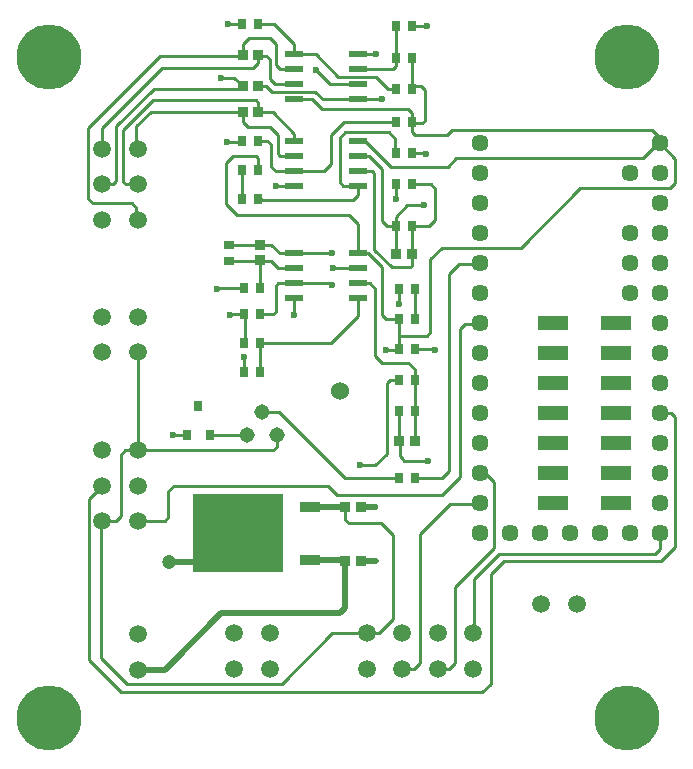
<source format=gtl>
G04 Layer_Physical_Order=1*
G04 Layer_Color=255*
%FSLAX44Y44*%
%MOMM*%
G71*
G01*
G75*
%ADD10R,0.8000X0.9500*%
%ADD11R,0.7000X0.9500*%
%ADD12R,0.8128X0.9144*%
%ADD13R,2.5500X1.1600*%
%ADD14R,1.5494X0.5588*%
%ADD15R,7.7216X6.6548*%
%ADD16R,1.7018X0.9398*%
%ADD17R,0.9500X0.8000*%
%ADD18R,0.9144X0.8128*%
%ADD19C,0.2500*%
%ADD20C,0.5000*%
%ADD21C,1.3080*%
%ADD22C,1.5000*%
%ADD23C,1.4478*%
%ADD24C,5.5000*%
%ADD25C,1.5240*%
%ADD26C,0.6000*%
%ADD27C,1.2000*%
D10*
X341500Y252000D02*
D03*
X355000D02*
D03*
X352250Y527425D02*
D03*
X338750D02*
D03*
X208500Y537515D02*
D03*
X222000D02*
D03*
X338750Y553963D02*
D03*
X352250D02*
D03*
X221750Y513473D02*
D03*
X208250D02*
D03*
X338750Y466000D02*
D03*
X352250D02*
D03*
X223750Y367003D02*
D03*
X210250D02*
D03*
X223750Y391003D02*
D03*
X210250D02*
D03*
X338750Y500888D02*
D03*
X352250D02*
D03*
X210250Y342002D02*
D03*
X223750D02*
D03*
X210250Y413003D02*
D03*
X223750D02*
D03*
X354751Y412810D02*
D03*
X341250D02*
D03*
X354750Y361537D02*
D03*
X341250D02*
D03*
X354750Y386768D02*
D03*
X341250D02*
D03*
X208680Y636957D02*
D03*
X222180D02*
D03*
X341250Y309451D02*
D03*
X354751D02*
D03*
X352500Y635082D02*
D03*
X339000D02*
D03*
X341250Y335494D02*
D03*
X354751D02*
D03*
X339000Y582000D02*
D03*
X352500D02*
D03*
X339000Y608382D02*
D03*
X352500D02*
D03*
X208250Y488250D02*
D03*
X221750D02*
D03*
D11*
X171500Y313500D02*
D03*
X181000Y289000D02*
D03*
X162000D02*
D03*
D12*
X296000Y228000D02*
D03*
X308954D02*
D03*
X296000Y182000D02*
D03*
X308954D02*
D03*
X209046Y562000D02*
D03*
X222000D02*
D03*
X339046Y442000D02*
D03*
X352000D02*
D03*
X341617Y283285D02*
D03*
X354571D02*
D03*
X209046Y584000D02*
D03*
X222000D02*
D03*
X209046Y610541D02*
D03*
X222000D02*
D03*
D13*
X471550Y230800D02*
D03*
X524950D02*
D03*
X471550Y256200D02*
D03*
Y281600D02*
D03*
Y307000D02*
D03*
Y332400D02*
D03*
X524950Y256200D02*
D03*
Y281600D02*
D03*
Y307000D02*
D03*
Y332400D02*
D03*
Y357800D02*
D03*
Y383200D02*
D03*
X471550Y357800D02*
D03*
Y383200D02*
D03*
D14*
X306297Y537823D02*
D03*
Y525123D02*
D03*
Y512423D02*
D03*
Y499723D02*
D03*
X252703D02*
D03*
Y512423D02*
D03*
Y525123D02*
D03*
Y537823D02*
D03*
X306297Y442550D02*
D03*
Y429850D02*
D03*
Y417150D02*
D03*
Y404450D02*
D03*
X252703D02*
D03*
Y417150D02*
D03*
Y429850D02*
D03*
Y442550D02*
D03*
Y573123D02*
D03*
Y585823D02*
D03*
Y598523D02*
D03*
Y611223D02*
D03*
X306297D02*
D03*
Y598523D02*
D03*
Y585823D02*
D03*
Y573123D02*
D03*
D15*
X204913Y205500D02*
D03*
D16*
X266000Y228000D02*
D03*
Y183000D02*
D03*
D17*
X197000Y449750D02*
D03*
Y436250D02*
D03*
D18*
X224000Y449954D02*
D03*
Y437000D02*
D03*
D19*
X352500Y637082D02*
X354500Y635082D01*
X306424Y573250D02*
X326750D01*
X306297Y573123D02*
X306424Y573250D01*
X252703Y537824D02*
Y543797D01*
X234500Y562000D02*
X252703Y543797D01*
X222000Y562000D02*
X234500D01*
X296000Y252000D02*
X341500D01*
X266000Y228000D02*
Y228000D01*
X378000Y252000D02*
X384000Y258000D01*
X217500Y599500D02*
X222000Y604000D01*
X141000Y599500D02*
X217500D01*
X90000Y548500D02*
X141000Y599500D01*
X90000Y531000D02*
Y548500D01*
X198500Y390750D02*
X198753Y391003D01*
X210250D01*
X289250Y238000D02*
X378000D01*
X281250Y246000D02*
X289250Y238000D01*
X151000Y246000D02*
X281250D01*
X338750Y473750D02*
X348250Y483250D01*
X362500D01*
X330732Y386768D02*
X339768D01*
X327250Y390250D02*
X330732Y386768D01*
X327250Y390250D02*
Y430750D01*
X349250Y349750D02*
X354751Y344249D01*
X327250Y349750D02*
X349250D01*
X321250Y355750D02*
X327250Y349750D01*
X316850Y417150D02*
X321250Y412750D01*
Y355750D02*
Y412750D01*
X315450Y442550D02*
X327250Y430750D01*
X285250Y430250D02*
X285650Y429850D01*
X306297D01*
X335000Y431000D02*
X351000D01*
X320576Y445424D02*
Y510424D01*
Y445424D02*
X335000Y431000D01*
X306297Y442550D02*
X315450D01*
X240700D02*
X252703D01*
X233296Y449954D02*
X240700Y442550D01*
X224000Y449954D02*
X233296D01*
X252703Y611223D02*
Y619797D01*
X235543Y636957D02*
X252703Y619797D01*
X222180Y636957D02*
X235543D01*
X208473Y636750D02*
X208680Y636957D01*
X196500Y636750D02*
X208473D01*
X363825Y527425D02*
X364250Y527000D01*
X352250Y527425D02*
X363825D01*
X162000Y289000D02*
X162000Y289000D01*
X150000Y289000D02*
X162000D01*
X284950Y442550D02*
X285000Y442500D01*
X252703Y442550D02*
X284950D01*
X338325Y527850D02*
Y539675D01*
X332999Y545000D02*
X338325Y539675D01*
X296000Y545000D02*
X332999D01*
X291000Y540000D02*
X296000Y545000D01*
X291000Y502723D02*
Y540000D01*
Y502723D02*
X294000Y499723D01*
X220000Y572000D02*
X222000Y570000D01*
X133000Y572000D02*
X220000D01*
X108000Y547000D02*
X133000Y572000D01*
X276000Y565000D02*
X349000D01*
X267877Y573123D02*
X276000Y565000D01*
X252703Y573123D02*
X267877D01*
X306174Y573000D02*
X306297Y573123D01*
X277000Y573000D02*
X306174D01*
X290000Y592000D02*
X322000D01*
X270777Y611223D02*
X290000Y592000D01*
X252703Y611223D02*
X270777D01*
X349000Y565000D02*
X352250Y561750D01*
X202046Y591000D02*
X209046Y584000D01*
X191000Y591000D02*
X202046D01*
X271000Y598000D02*
Y598000D01*
Y598000D02*
X283177Y585823D01*
X207046Y582000D02*
X209046Y584000D01*
X134000Y582000D02*
X207046D01*
X102000Y550000D02*
X134000Y582000D01*
X102000Y504000D02*
Y550000D01*
X99000Y501000D02*
X102000Y504000D01*
X90000Y501000D02*
X99000D01*
X108000Y503000D02*
Y547000D01*
Y503000D02*
X110000Y501000D01*
X119000D01*
X222000Y604000D02*
Y610541D01*
X354500Y635082D02*
X364918D01*
X352500D02*
X354500D01*
X364918D02*
X365000Y635000D01*
X321777Y611223D02*
X322000Y611000D01*
X306297Y611223D02*
X321777D01*
X196000Y537000D02*
X207984D01*
X237000Y499750D02*
X252676D01*
X306297Y417150D02*
X316850D01*
X330000Y361000D02*
X337787D01*
X331000Y273000D02*
Y333000D01*
X321000Y263000D02*
X331000Y273000D01*
X308000Y263000D02*
X321000D01*
X281000Y267000D02*
X296000Y252000D01*
X341250Y373000D02*
X365000D01*
X341250Y361537D02*
Y373000D01*
Y386768D01*
X339787Y363000D02*
X341250Y361537D01*
X575000Y502000D02*
Y522600D01*
X562000Y535600D02*
X575000Y522600D01*
X571000Y498000D02*
X575000Y502000D01*
X368000Y376000D02*
Y438000D01*
X336523Y598523D02*
X339000Y601000D01*
X306297Y598523D02*
X336523D01*
X346999Y91000D02*
Y91000D01*
X344000Y91000D02*
X346999Y91000D01*
X351000Y431000D02*
X352250Y432250D01*
X239150Y417150D02*
X252703D01*
X239150Y429850D02*
X252703D01*
X338750Y442296D02*
X339046Y442000D01*
X221750Y491250D02*
X222660Y490340D01*
X201204Y449954D02*
X224000D01*
X548000Y523000D02*
X560000Y535000D01*
X390000Y523000D02*
X548000D01*
X383000Y516000D02*
X390000Y523000D01*
X341617Y283285D02*
X342000Y282901D01*
X341250Y283651D02*
X341617Y283285D01*
X342000Y271000D02*
Y282901D01*
X341250Y283651D02*
Y307451D01*
Y309451D01*
X342000Y271000D02*
X344000Y269000D01*
X120000Y279000D02*
Y359000D01*
X222000Y584000D02*
X229000D01*
X306297Y442550D02*
Y467703D01*
X221750Y513473D02*
Y523250D01*
X306297Y525123D02*
X315876D01*
X352250Y553963D02*
X353213Y553000D01*
X361000D01*
X363000Y555000D01*
X352250Y553963D02*
Y561750D01*
X237477Y602047D02*
X241000Y598523D01*
X237477Y602047D02*
Y619523D01*
X241000Y598523D02*
X252703D01*
X232000Y625000D02*
X237477Y619523D01*
X236177Y585823D02*
X252703D01*
X232000Y590000D02*
X236177Y585823D01*
X232000Y590000D02*
Y607000D01*
X222541Y610000D02*
X229000D01*
X232000Y607000D01*
X222000Y610541D02*
X222541Y610000D01*
X214000Y625000D02*
X232000D01*
X209046Y620046D02*
X214000Y625000D01*
X209046Y610541D02*
Y620046D01*
X296000Y217000D02*
Y228000D01*
X240876Y525124D02*
X252703D01*
X224000Y436250D02*
X232750D01*
X224000D02*
Y437000D01*
Y414750D02*
Y436250D01*
Y413253D02*
Y414750D01*
X223750Y413003D02*
X224000Y413253D01*
X210250Y391003D02*
X211250D01*
X232750Y436250D02*
X239150Y429850D01*
X237000Y415000D02*
X239150Y417150D01*
X143000Y216000D02*
X146000Y219000D01*
X120200Y216000D02*
X143000D01*
X338325Y527850D02*
X338750Y527425D01*
X208250Y489430D02*
Y513473D01*
X223250Y436250D02*
X224000Y437000D01*
X197000Y436250D02*
X223250D01*
X201000Y449750D02*
X201204Y449954D01*
X201000Y449750D02*
X223796D01*
X197000D02*
X201000D01*
X223796D02*
X224000Y449954D01*
X222000Y562000D02*
Y570000D01*
X119200Y216000D02*
X120200D01*
X302000Y488000D02*
X306297Y492297D01*
X225000Y488000D02*
X302000D01*
X306297Y492297D02*
Y499723D01*
X238000Y279000D02*
Y289000D01*
X354751Y335494D02*
Y344249D01*
X353751Y334494D02*
X355000Y333245D01*
X338750Y442296D02*
Y466000D01*
X331000D02*
X338750D01*
X354751Y386769D02*
Y412810D01*
X354750Y386768D02*
X354751Y386769D01*
X365000Y373000D02*
X368000Y376000D01*
X120200Y276000D02*
X235000D01*
X238000Y279000D01*
X352250Y442250D02*
Y466000D01*
X352000Y442000D02*
X352250Y442250D01*
X227300Y308050D02*
X239950D01*
X352250Y432250D02*
Y441750D01*
X352000Y442000D02*
X352250Y441750D01*
X338750Y466000D02*
Y473750D01*
X337787Y361000D02*
X339787Y363000D01*
X354750Y361537D02*
X371463D01*
X372000Y361000D01*
X210000Y341753D02*
X210250Y342002D01*
X224750Y391003D02*
X235003D01*
X237000Y393000D01*
Y415000D01*
X344000Y269000D02*
X344000Y269000D01*
X341250Y400251D02*
Y412810D01*
X341000Y400000D02*
X341250Y400251D01*
X352250Y466000D02*
X367000D01*
X372000Y471000D01*
X352250Y500888D02*
X368112D01*
X372000Y497000D01*
Y471000D02*
Y497000D01*
X252703Y417150D02*
X283850D01*
X285000Y416000D01*
X327000Y470000D02*
X331000Y466000D01*
X327000Y470000D02*
Y514000D01*
X315876Y525123D02*
X327000Y514000D01*
X306297Y512423D02*
X318577D01*
X320576Y510424D01*
X115001Y485000D02*
X119000Y481000D01*
X78000Y489000D02*
X82000Y485000D01*
X115001D01*
X223750Y347002D02*
X224750Y346003D01*
X223750Y347002D02*
Y367003D01*
X562000Y192000D02*
Y202800D01*
X79000Y234800D02*
X90200Y246000D01*
X252703Y390297D02*
Y404450D01*
X211250Y367003D02*
Y391003D01*
X344000Y269000D02*
X346000Y267000D01*
X346000Y267000D01*
X366000D01*
X397000Y382600D02*
X407600D01*
X393000Y378600D02*
X397000Y382600D01*
X393000Y253001D02*
Y378600D01*
X331000Y333000D02*
X333494Y335494D01*
X341250D01*
X392400Y433400D02*
X407600D01*
X306297Y537823D02*
X312677D01*
X334500Y516000D01*
X383000D01*
X368000Y438000D02*
X377500Y447500D01*
X89200Y216000D02*
X90200D01*
X338750Y500887D02*
X338750Y500888D01*
X338750Y489000D02*
Y500887D01*
X187753Y413003D02*
X210250D01*
X187000Y412250D02*
X187753Y413003D01*
X180913Y181500D02*
X204913Y205500D01*
X146000Y219000D02*
Y241000D01*
X385251Y245250D02*
X393000Y253001D01*
X378000Y238000D02*
X385251Y245250D01*
X146000Y241000D02*
X151000Y246000D01*
X106000Y272250D02*
X109750Y276000D01*
X120200D01*
X90200Y216000D02*
X101750D01*
X106000Y220250D01*
Y272250D01*
X381750Y542750D02*
X386000Y547000D01*
X354500Y542750D02*
X381750D01*
X352250Y545000D02*
X354500Y542750D01*
X352250Y545000D02*
Y553963D01*
X386000Y547000D02*
X555250D01*
X562000Y535600D02*
Y540250D01*
X555250Y547000D02*
X562000Y540250D01*
X352500Y584000D02*
X360250D01*
X363000Y581250D01*
Y555000D02*
Y581250D01*
X352500Y585250D02*
Y608382D01*
Y610382D01*
X339000Y601000D02*
Y608382D01*
Y635082D01*
Y637082D01*
X322000Y592000D02*
X332000Y582000D01*
X339000D01*
X229000Y584000D02*
X233500Y579500D01*
X270500D01*
X277000Y573000D01*
X283177Y585823D02*
X306297D01*
X384000Y425000D02*
X392400Y433400D01*
X384000Y258000D02*
Y425000D01*
X558000Y188000D02*
X562000Y192000D01*
X404000Y121000D02*
X405000Y122000D01*
X358999Y205000D02*
X384200Y230200D01*
X407600D01*
X296000Y217000D02*
X299000Y214000D01*
X314000Y121000D02*
X324000D01*
X336000Y133000D01*
X299000Y214000D02*
X326000D01*
X336000Y204000D01*
Y133000D02*
Y204000D01*
X294000Y499723D02*
X306297D01*
X232523Y549477D02*
X239000Y543000D01*
X239000D01*
X209046Y553954D02*
Y562000D01*
Y553954D02*
X213523Y549477D01*
X232523D01*
X223484Y538000D02*
X230000D01*
X233000Y535000D01*
Y516000D02*
Y535000D01*
Y516000D02*
X237000Y512000D01*
X239000Y527000D02*
Y543000D01*
Y527000D02*
X240876Y525124D01*
X195000Y519000D02*
X201000Y525000D01*
X220000D01*
X221750Y523250D01*
X299000Y475000D02*
X306297Y467703D01*
X119000Y550000D02*
X131000Y562000D01*
X209046D01*
X224750Y367003D02*
X284003D01*
X306297Y389297D01*
Y404450D01*
X415400Y255600D02*
X422000Y249000D01*
X374000Y91000D02*
X384000D01*
X389000Y96000D01*
X346999Y91000D02*
X354001Y91001D01*
X358999Y95999D01*
Y205000D01*
X412000Y71000D02*
X419000Y78000D01*
X119000Y471000D02*
Y481000D01*
Y531000D02*
Y550000D01*
X78000Y489000D02*
Y549000D01*
X139000Y610000D01*
X207586D01*
X89200Y99801D02*
Y216000D01*
Y99801D02*
X110999Y78000D01*
X79000Y98000D02*
Y234800D01*
Y98000D02*
X106000Y71000D01*
X412000D01*
X239950Y308050D02*
X281000Y267000D01*
X110999Y78000D02*
X242000D01*
X285000Y121000D01*
X314000D01*
X419000Y171000D02*
X430000Y182000D01*
X419000Y78000D02*
Y171000D01*
X405000Y122000D02*
Y167000D01*
X426000Y188000D01*
X558000D01*
X389000Y96000D02*
Y160000D01*
X422000Y193000D01*
Y249000D01*
X562000Y307000D02*
X572000D01*
X575000Y304000D01*
X430000Y182000D02*
X563000D01*
X575000Y194000D01*
Y304000D01*
X377500Y447500D02*
X444500D01*
X495000Y498000D01*
X571000D01*
X294963Y553963D02*
X338750D01*
X284000Y543000D02*
X294963Y553963D01*
X278000Y512000D02*
X284000Y518000D01*
Y543000D01*
X210000Y341753D02*
Y355000D01*
X355000Y285714D02*
Y333245D01*
X352571Y283285D02*
X355000Y285714D01*
X222660Y490340D02*
X223250Y489750D01*
X225000Y488000D01*
X222000Y536516D02*
X223484Y538000D01*
X237000Y512000D02*
X278000D01*
X407600Y255600D02*
X415400D01*
X339250Y252000D02*
X340375Y253125D01*
X207586Y610000D02*
X209046Y608540D01*
X339250Y309451D02*
X341250Y307451D01*
X224000Y414750D02*
X224750Y414000D01*
X181000Y289000D02*
X214600D01*
X352750Y252000D02*
X378000D01*
X560000Y204800D02*
X562000Y202800D01*
X560000Y535000D02*
Y538750D01*
X204000Y475000D02*
X299000D01*
X195000Y484000D02*
Y519000D01*
Y484000D02*
X204000Y475000D01*
D20*
X207984Y537000D02*
X208500Y537515D01*
X252676Y499750D02*
X252703Y499723D01*
X321000Y181750D02*
X321500D01*
X309204D02*
X321000D01*
X308954Y182000D02*
X309204Y181750D01*
X308954Y182000D02*
X309954Y183000D01*
X321000Y228000D02*
X321000Y228000D01*
X308954Y228000D02*
X321000D01*
X295000Y183000D02*
X296000Y182000D01*
X266000Y183000D02*
X295000D01*
X266000Y228000D02*
X296000D01*
X120000Y90200D02*
X143200D01*
X148250Y95250D01*
X291500Y137750D02*
X296000Y142250D01*
Y182000D01*
X146500Y181500D02*
X180913D01*
X148250Y95250D02*
X190757Y137750D01*
X291500D01*
D21*
X238000Y289000D02*
D03*
X225300Y308050D02*
D03*
X212600Y289000D02*
D03*
D22*
X120000Y90200D02*
D03*
Y120200D02*
D03*
X120200Y216000D02*
D03*
X90200D02*
D03*
Y246000D02*
D03*
X120200D02*
D03*
Y276000D02*
D03*
X90200D02*
D03*
X374000Y121000D02*
D03*
Y91000D02*
D03*
X344000D02*
D03*
Y121000D02*
D03*
X314000D02*
D03*
Y91000D02*
D03*
X404000Y121000D02*
D03*
Y91000D02*
D03*
X120000Y471000D02*
D03*
X90000D02*
D03*
Y501000D02*
D03*
X120000D02*
D03*
Y531000D02*
D03*
X90000D02*
D03*
X232000Y91000D02*
D03*
Y121000D02*
D03*
X202000D02*
D03*
Y91000D02*
D03*
X491800Y146000D02*
D03*
X461800D02*
D03*
X90000Y359000D02*
D03*
X120000D02*
D03*
Y389000D02*
D03*
X90000D02*
D03*
D23*
X409600Y535600D02*
D03*
Y510200D02*
D03*
Y484800D02*
D03*
Y459400D02*
D03*
Y434000D02*
D03*
Y408600D02*
D03*
Y383200D02*
D03*
Y357800D02*
D03*
Y332400D02*
D03*
Y307000D02*
D03*
Y281600D02*
D03*
Y256200D02*
D03*
Y230800D02*
D03*
Y205400D02*
D03*
X435000D02*
D03*
X460400D02*
D03*
X485800D02*
D03*
X511200D02*
D03*
X536600D02*
D03*
X562000D02*
D03*
Y230800D02*
D03*
Y256200D02*
D03*
Y281600D02*
D03*
Y307000D02*
D03*
Y332400D02*
D03*
Y357800D02*
D03*
Y383200D02*
D03*
Y408600D02*
D03*
Y434000D02*
D03*
Y459400D02*
D03*
Y484800D02*
D03*
Y510200D02*
D03*
Y535600D02*
D03*
X536600Y510200D02*
D03*
Y459400D02*
D03*
Y434000D02*
D03*
Y408600D02*
D03*
D24*
X45000Y609000D02*
D03*
X534000D02*
D03*
Y49000D02*
D03*
X45000Y49000D02*
D03*
D25*
X291000Y326000D02*
D03*
D26*
X326750Y573250D02*
D03*
X198500Y390750D02*
D03*
X362500Y483250D02*
D03*
X285250Y430250D02*
D03*
X196500Y636750D02*
D03*
X364250Y527000D02*
D03*
X285000Y442500D02*
D03*
X271000Y598000D02*
D03*
X191000Y591000D02*
D03*
X322000Y611000D02*
D03*
X196000Y537000D02*
D03*
X237000Y499750D02*
D03*
X321000Y181750D02*
D03*
Y228000D02*
D03*
X330000Y361000D02*
D03*
X308000Y263000D02*
D03*
X150000Y289000D02*
D03*
X372000Y361000D02*
D03*
X210000Y355000D02*
D03*
X341000Y400000D02*
D03*
X285000Y416000D02*
D03*
X252703Y390297D02*
D03*
X366000Y267000D02*
D03*
X338750Y489000D02*
D03*
X187000Y412250D02*
D03*
X365000Y635000D02*
D03*
D27*
X146500Y181500D02*
D03*
M02*

</source>
